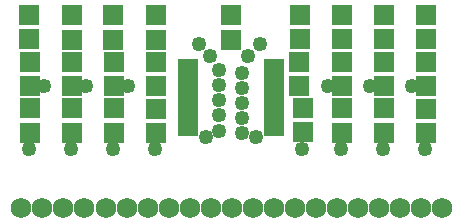
<source format=gts>
G04 MADE WITH FRITZING*
G04 WWW.FRITZING.ORG*
G04 DOUBLE SIDED*
G04 HOLES PLATED*
G04 CONTOUR ON CENTER OF CONTOUR VECTOR*
%ASAXBY*%
%FSLAX23Y23*%
%MOIN*%
%OFA0B0*%
%SFA1.0B1.0*%
%ADD10C,0.069055*%
%ADD11C,0.049370*%
%ADD12R,0.069055X0.025748*%
%ADD13R,0.069055X0.065118*%
%LNMASK1*%
G90*
G70*
G54D10*
X1239Y47D03*
X1099Y47D03*
X1309Y47D03*
X1169Y47D03*
X329Y47D03*
X118Y47D03*
X1450Y47D03*
X48Y47D03*
X1029Y47D03*
X188Y47D03*
X1380Y47D03*
X539Y47D03*
X609Y47D03*
X469Y47D03*
X258Y47D03*
X399Y47D03*
X959Y47D03*
X889Y47D03*
X819Y47D03*
X679Y47D03*
X749Y47D03*
G54D11*
X495Y245D03*
X985Y244D03*
X355Y245D03*
X215Y245D03*
X1115Y244D03*
X1255Y244D03*
X1395Y244D03*
X75Y245D03*
X122Y454D03*
X262Y454D03*
X402Y454D03*
X1350Y454D03*
X1210Y454D03*
X1070Y454D03*
X640Y594D03*
X844Y594D03*
X804Y554D03*
X678Y554D03*
X707Y509D03*
X707Y459D03*
X662Y284D03*
X707Y304D03*
X707Y359D03*
X707Y409D03*
X783Y499D03*
X783Y448D03*
X783Y399D03*
X783Y349D03*
X783Y299D03*
X830Y284D03*
G54D12*
X603Y532D03*
X603Y506D03*
X603Y480D03*
X603Y455D03*
X603Y429D03*
X603Y404D03*
X603Y378D03*
X603Y352D03*
X603Y327D03*
X603Y301D03*
X889Y301D03*
X889Y327D03*
X889Y352D03*
X889Y378D03*
X889Y404D03*
X889Y429D03*
X889Y455D03*
X889Y480D03*
X889Y506D03*
X889Y532D03*
G54D13*
X1256Y299D03*
X1256Y380D03*
X1396Y299D03*
X1396Y379D03*
X746Y609D03*
X746Y690D03*
X1116Y299D03*
X1116Y380D03*
X986Y300D03*
X986Y381D03*
X76Y299D03*
X76Y380D03*
X216Y299D03*
X216Y380D03*
X356Y299D03*
X356Y380D03*
X496Y298D03*
X496Y379D03*
X496Y454D03*
X496Y535D03*
X356Y454D03*
X356Y535D03*
X216Y454D03*
X216Y535D03*
X1116Y454D03*
X1116Y535D03*
X975Y455D03*
X975Y536D03*
X1396Y454D03*
X1396Y535D03*
X76Y454D03*
X76Y535D03*
X1256Y455D03*
X1256Y535D03*
X216Y609D03*
X216Y690D03*
X75Y610D03*
X75Y691D03*
X1396Y610D03*
X1396Y691D03*
X496Y609D03*
X496Y690D03*
X355Y609D03*
X355Y690D03*
X1256Y610D03*
X1256Y691D03*
X976Y610D03*
X976Y691D03*
X1116Y610D03*
X1116Y691D03*
G04 End of Mask1*
M02*
</source>
